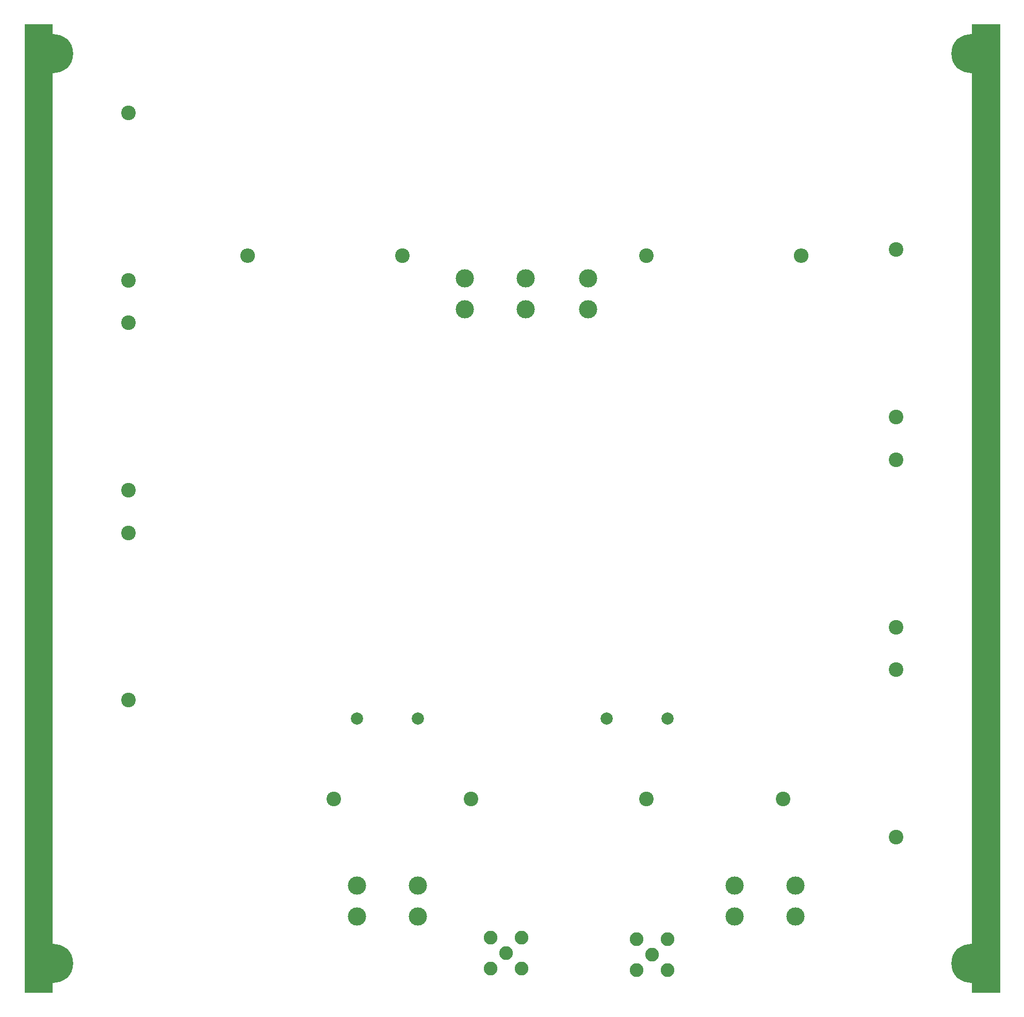
<source format=gbr>
%TF.GenerationSoftware,KiCad,Pcbnew,5.1.10-88a1d61d58~90~ubuntu20.04.1*%
%TF.CreationDate,2021-08-16T21:09:42-07:00*%
%TF.ProjectId,lisn-pcb,6c69736e-2d70-4636-922e-6b696361645f,rev?*%
%TF.SameCoordinates,Original*%
%TF.FileFunction,Soldermask,Bot*%
%TF.FilePolarity,Negative*%
%FSLAX46Y46*%
G04 Gerber Fmt 4.6, Leading zero omitted, Abs format (unit mm)*
G04 Created by KiCad (PCBNEW 5.1.10-88a1d61d58~90~ubuntu20.04.1) date 2021-08-16 21:09:42*
%MOMM*%
%LPD*%
G01*
G04 APERTURE LIST*
%ADD10C,0.100000*%
%ADD11C,0.800000*%
%ADD12C,6.400000*%
%ADD13C,3.000000*%
%ADD14C,2.000000*%
%ADD15O,2.400000X2.400000*%
%ADD16C,2.400000*%
%ADD17C,2.250000*%
G04 APERTURE END LIST*
D10*
G36*
X260000000Y-200000000D02*
G01*
X255500000Y-200000000D01*
X255500000Y-41000000D01*
X260000000Y-41000000D01*
X260000000Y-200000000D01*
G37*
X260000000Y-200000000D02*
X255500000Y-200000000D01*
X255500000Y-41000000D01*
X260000000Y-41000000D01*
X260000000Y-200000000D01*
G36*
X104500000Y-200000000D02*
G01*
X100000000Y-200000000D01*
X100000000Y-41000000D01*
X104500000Y-41000000D01*
X104500000Y-200000000D01*
G37*
X104500000Y-200000000D02*
X100000000Y-200000000D01*
X100000000Y-41000000D01*
X104500000Y-41000000D01*
X104500000Y-200000000D01*
D11*
%TO.C,H4*%
X257000000Y-47500000D03*
X253500000Y-44000000D03*
X253500000Y-47500000D03*
X255250000Y-48250000D03*
X252750000Y-45750000D03*
X255250000Y-43250000D03*
X257000000Y-44000000D03*
X257750000Y-45750000D03*
D12*
X255250000Y-45750000D03*
%TD*%
D11*
%TO.C,H3*%
X106500000Y-197000000D03*
X103000000Y-193500000D03*
X103000000Y-197000000D03*
X104750000Y-197750000D03*
X102250000Y-195250000D03*
X104750000Y-192750000D03*
X106500000Y-193500000D03*
X107250000Y-195250000D03*
D12*
X104750000Y-195250000D03*
%TD*%
D11*
%TO.C,H2*%
X106500000Y-47500000D03*
X103000000Y-44000000D03*
X103000000Y-47500000D03*
X104750000Y-48250000D03*
X102250000Y-45750000D03*
X104750000Y-43250000D03*
X106500000Y-44000000D03*
X107250000Y-45750000D03*
D12*
X104750000Y-45750000D03*
%TD*%
D11*
%TO.C,H1*%
X257000000Y-197000000D03*
X253500000Y-193500000D03*
X253500000Y-197000000D03*
X255250000Y-197750000D03*
X252750000Y-195250000D03*
X255250000Y-192750000D03*
X257000000Y-193500000D03*
X257750000Y-195250000D03*
D12*
X255250000Y-195250000D03*
%TD*%
D13*
%TO.C,J9*%
X216500000Y-182460000D03*
X216500000Y-187540000D03*
%TD*%
%TO.C,J8*%
X164500000Y-182460000D03*
X164500000Y-187540000D03*
%TD*%
%TO.C,J7*%
X226500000Y-182460000D03*
X226500000Y-187540000D03*
%TD*%
%TO.C,J6*%
X154500000Y-187540000D03*
X154500000Y-182460000D03*
%TD*%
%TO.C,J5*%
X182250000Y-82710000D03*
X182250000Y-87790000D03*
%TD*%
%TO.C,J4*%
X192500000Y-82710000D03*
X192500000Y-87790000D03*
%TD*%
%TO.C,J3*%
X172250000Y-82710000D03*
X172250000Y-87790000D03*
%TD*%
D14*
%TO.C,GD2*%
X205500000Y-155000000D03*
X195500000Y-155000000D03*
%TD*%
%TO.C,GD1*%
X154500000Y-155000000D03*
X164500000Y-155000000D03*
%TD*%
D15*
%TO.C,R2*%
X227400000Y-79000000D03*
D16*
X202000000Y-79000000D03*
%TD*%
D15*
%TO.C,R1*%
X136600000Y-79000000D03*
D16*
X162000000Y-79000000D03*
%TD*%
D17*
%TO.C,J2*%
X179000000Y-193500000D03*
X176460000Y-190960000D03*
X176460000Y-196040000D03*
X181540000Y-196040000D03*
X181540000Y-190960000D03*
%TD*%
%TO.C,J1*%
X203000000Y-193750000D03*
X200460000Y-191210000D03*
X200460000Y-196290000D03*
X205540000Y-196290000D03*
X205540000Y-191210000D03*
%TD*%
D16*
%TO.C,C12*%
X202000000Y-168250000D03*
X224500000Y-168250000D03*
%TD*%
%TO.C,C9*%
X173250000Y-168250000D03*
X150750000Y-168250000D03*
%TD*%
%TO.C,C6*%
X243000000Y-105500000D03*
X243000000Y-78000000D03*
%TD*%
%TO.C,C5*%
X243000000Y-112500000D03*
X243000000Y-140000000D03*
%TD*%
%TO.C,C4*%
X243000000Y-174500000D03*
X243000000Y-147000000D03*
%TD*%
%TO.C,C3*%
X117000000Y-55500000D03*
X117000000Y-83000000D03*
%TD*%
%TO.C,C2*%
X117000000Y-152000000D03*
X117000000Y-124500000D03*
%TD*%
%TO.C,C1*%
X117000000Y-117500000D03*
X117000000Y-90000000D03*
%TD*%
M02*

</source>
